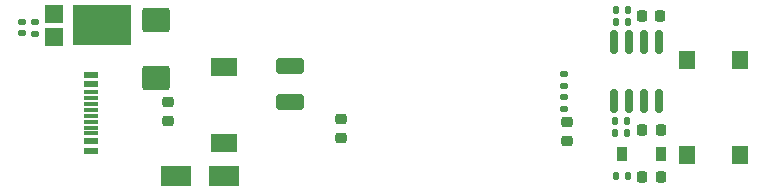
<source format=gtp>
%TF.GenerationSoftware,KiCad,Pcbnew,(6.0.7)*%
%TF.CreationDate,2022-08-25T13:00:14+08:00*%
%TF.ProjectId,T12_SolderingStation,5431325f-536f-46c6-9465-72696e675374,rev?*%
%TF.SameCoordinates,Original*%
%TF.FileFunction,Paste,Top*%
%TF.FilePolarity,Positive*%
%FSLAX45Y45*%
G04 Gerber Fmt 4.5, Leading zero omitted, Abs format (unit mm)*
G04 Created by KiCad (PCBNEW (6.0.7)) date 2022-08-25 13:00:14*
%MOMM*%
%LPD*%
G01*
G04 APERTURE LIST*
G04 Aperture macros list*
%AMRoundRect*
0 Rectangle with rounded corners*
0 $1 Rounding radius*
0 $2 $3 $4 $5 $6 $7 $8 $9 X,Y pos of 4 corners*
0 Add a 4 corners polygon primitive as box body*
4,1,4,$2,$3,$4,$5,$6,$7,$8,$9,$2,$3,0*
0 Add four circle primitives for the rounded corners*
1,1,$1+$1,$2,$3*
1,1,$1+$1,$4,$5*
1,1,$1+$1,$6,$7*
1,1,$1+$1,$8,$9*
0 Add four rect primitives between the rounded corners*
20,1,$1+$1,$2,$3,$4,$5,0*
20,1,$1+$1,$4,$5,$6,$7,0*
20,1,$1+$1,$6,$7,$8,$9,0*
20,1,$1+$1,$8,$9,$2,$3,0*%
G04 Aperture macros list end*
%ADD10RoundRect,0.150000X0.150000X-0.825000X0.150000X0.825000X-0.150000X0.825000X-0.150000X-0.825000X0*%
%ADD11R,2.200000X1.500000*%
%ADD12R,1.524000X1.524000*%
%ADD13R,5.000000X3.500000*%
%ADD14RoundRect,0.225000X0.250000X-0.225000X0.250000X0.225000X-0.250000X0.225000X-0.250000X-0.225000X0*%
%ADD15RoundRect,0.225000X-0.250000X0.225000X-0.250000X-0.225000X0.250000X-0.225000X0.250000X0.225000X0*%
%ADD16R,0.900000X1.200000*%
%ADD17RoundRect,0.225000X-0.225000X-0.250000X0.225000X-0.250000X0.225000X0.250000X-0.225000X0.250000X0*%
%ADD18RoundRect,0.135000X-0.135000X-0.185000X0.135000X-0.185000X0.135000X0.185000X-0.135000X0.185000X0*%
%ADD19RoundRect,0.135000X0.135000X0.185000X-0.135000X0.185000X-0.135000X-0.185000X0.135000X-0.185000X0*%
%ADD20RoundRect,0.135000X0.185000X-0.135000X0.185000X0.135000X-0.185000X0.135000X-0.185000X-0.135000X0*%
%ADD21RoundRect,0.250000X-0.925000X0.787500X-0.925000X-0.787500X0.925000X-0.787500X0.925000X0.787500X0*%
%ADD22R,1.160000X0.600000*%
%ADD23R,1.160000X0.300000*%
%ADD24R,1.400000X1.600000*%
%ADD25RoundRect,0.135000X-0.185000X0.135000X-0.185000X-0.135000X0.185000X-0.135000X0.185000X0.135000X0*%
%ADD26RoundRect,0.147500X0.172500X-0.147500X0.172500X0.147500X-0.172500X0.147500X-0.172500X-0.147500X0*%
%ADD27RoundRect,0.250000X-0.925000X0.412500X-0.925000X-0.412500X0.925000X-0.412500X0.925000X0.412500X0*%
%ADD28R,2.500000X1.800000*%
G04 APERTURE END LIST*
D10*
%TO.C,U4*%
X13225780Y-8670140D03*
X13352780Y-8670140D03*
X13479780Y-8670140D03*
X13606780Y-8670140D03*
X13606780Y-8175140D03*
X13479780Y-8175140D03*
X13352780Y-8175140D03*
X13225780Y-8175140D03*
%TD*%
D11*
%TO.C,L1*%
X9923780Y-9024580D03*
X9923780Y-8384580D03*
%TD*%
D12*
%TO.C,D5*%
X8482610Y-8133765D03*
X8482610Y-7933765D03*
D13*
X8892610Y-8033765D03*
%TD*%
D14*
%TO.C,C1*%
X9448800Y-8840500D03*
X9448800Y-8685500D03*
%TD*%
D15*
%TO.C,C3*%
X10916920Y-8827740D03*
X10916920Y-8982740D03*
%TD*%
D16*
%TO.C,D4*%
X13621920Y-9118600D03*
X13291920Y-9118600D03*
%TD*%
D15*
%TO.C,C11*%
X12827500Y-8855060D03*
X12827500Y-9010060D03*
%TD*%
D17*
%TO.C,C15*%
X13465780Y-8922400D03*
X13620780Y-8922400D03*
%TD*%
D18*
%TO.C,R19*%
X13238280Y-8945880D03*
X13340280Y-8945880D03*
%TD*%
D19*
%TO.C,R18*%
X13340280Y-8844280D03*
X13238280Y-8844280D03*
%TD*%
D18*
%TO.C,R17*%
X13239320Y-7901940D03*
X13341320Y-7901940D03*
%TD*%
D20*
%TO.C,R5*%
X8321040Y-8102800D03*
X8321040Y-8000800D03*
%TD*%
D21*
%TO.C,C4*%
X9347200Y-7985890D03*
X9347200Y-8478390D03*
%TD*%
D19*
%TO.C,R15*%
X13341320Y-8001000D03*
X13239320Y-8001000D03*
%TD*%
D17*
%TO.C,C14*%
X13465780Y-9313560D03*
X13620780Y-9313560D03*
%TD*%
D22*
%TO.C,J1*%
X8801780Y-8453160D03*
X8801780Y-8533160D03*
D23*
X8801780Y-8648160D03*
X8801780Y-8748160D03*
X8801780Y-8798160D03*
X8801780Y-8898160D03*
D22*
X8801780Y-9013160D03*
X8801780Y-9093160D03*
X8801780Y-9093160D03*
X8801780Y-9013160D03*
D23*
X8801780Y-8948160D03*
X8801780Y-8848160D03*
X8801780Y-8698160D03*
X8801780Y-8598160D03*
D22*
X8801780Y-8533160D03*
X8801780Y-8453160D03*
%TD*%
D19*
%TO.C,R16*%
X13345360Y-9306560D03*
X13243360Y-9306560D03*
%TD*%
D24*
%TO.C,SW1*%
X13841520Y-9127440D03*
X13841520Y-8327440D03*
X14291520Y-9127440D03*
X14291520Y-8327440D03*
%TD*%
D25*
%TO.C,R11*%
X12801600Y-8635600D03*
X12801600Y-8737600D03*
%TD*%
D26*
%TO.C,D2*%
X8214360Y-8100300D03*
X8214360Y-8003300D03*
%TD*%
D27*
%TO.C,C2*%
X10482580Y-8375570D03*
X10482580Y-8683070D03*
%TD*%
D20*
%TO.C,R14*%
X12801600Y-8547300D03*
X12801600Y-8445300D03*
%TD*%
D17*
%TO.C,C13*%
X13459400Y-7950200D03*
X13614400Y-7950200D03*
%TD*%
D28*
%TO.C,D1*%
X9920580Y-9306560D03*
X9520580Y-9306560D03*
%TD*%
M02*

</source>
